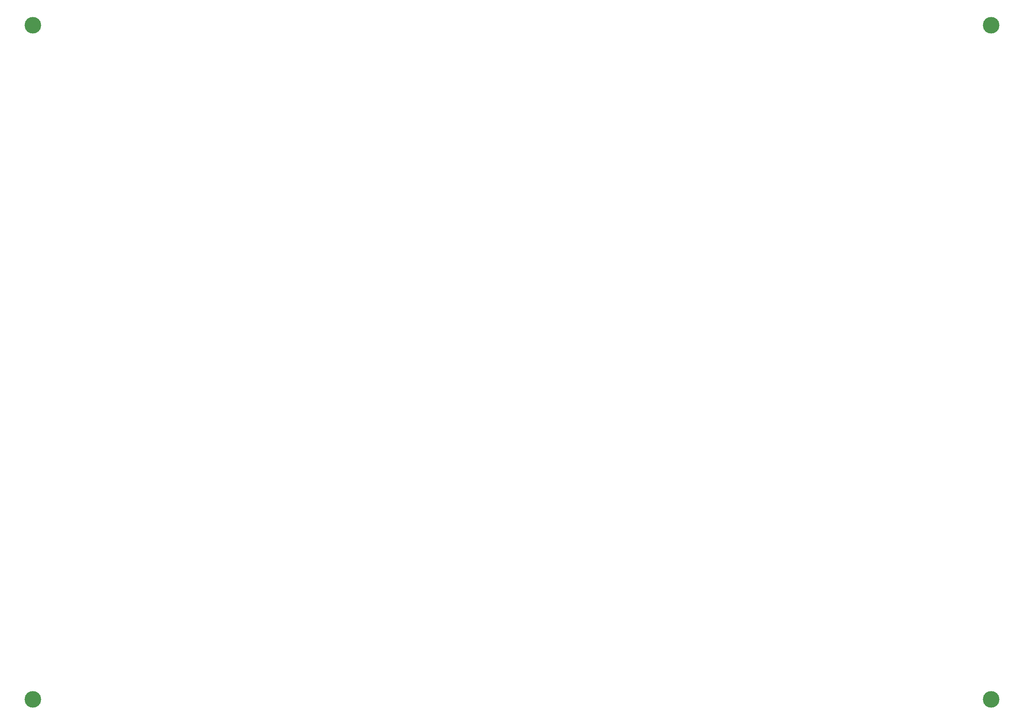
<source format=gbr>
%TF.GenerationSoftware,KiCad,Pcbnew,6.0.2+dfsg-1*%
%TF.CreationDate,2022-11-18T11:13:07-08:00*%
%TF.ProjectId,slot_track,736c6f74-5f74-4726-9163-6b2e6b696361,rev?*%
%TF.SameCoordinates,Original*%
%TF.FileFunction,Soldermask,Top*%
%TF.FilePolarity,Negative*%
%FSLAX46Y46*%
G04 Gerber Fmt 4.6, Leading zero omitted, Abs format (unit mm)*
G04 Created by KiCad (PCBNEW 6.0.2+dfsg-1) date 2022-11-18 11:13:07*
%MOMM*%
%LPD*%
G01*
G04 APERTURE LIST*
%ADD10C,3.500000*%
G04 APERTURE END LIST*
D10*
%TO.C,H4*%
X97500000Y-204500000D03*
%TD*%
%TO.C,H3*%
X300000000Y-62000000D03*
%TD*%
%TO.C,H2*%
X300000000Y-204500000D03*
%TD*%
%TO.C,H1*%
X97500000Y-62000000D03*
%TD*%
M02*

</source>
